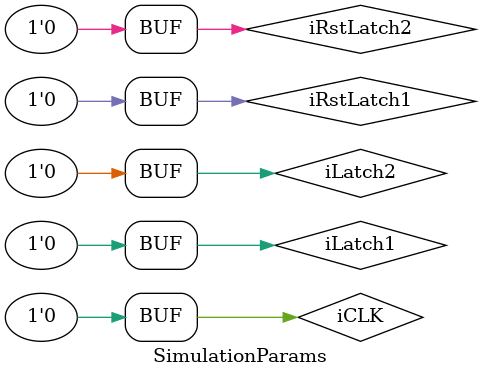
<source format=v>
`timescale 1ns / 1ps


module SimulationParams(

    );
 reg rReset;
 reg iLatch1;
 reg iLatch2;
 reg iRstLatch1;
 reg iRstLatch2;
 wire [31:0] o1COUNTER;
 wire [31:0] o1COUNTERHi;
 wire [31:0] o1COUNTERPhase;
 wire [31:0] o2COUNTER;
 wire [31:0] o2COUNTERHi;
 wire [31:0] o2COUNTERPhase;
 wire oRdyCOUNTER1;
 wire oRdyCOUNTER2;
 wire oLatchTest1;
 wire oLatchTest2;
 reg iCLK=0;
 wire [31:0] debug;
 
 always begin 
    #20
    iCLK=1;
    #20
    iCLK=0;
 end
 
 initial begin
    iLatch1 = 0;
    iLatch2 = 0;
    iRstLatch1 = 0;
    iRstLatch2 = 0;
    
    #100
    iLatch1 = 1;
    #100
    iLatch1 = 0;
    iLatch2 = 1;
    #25
    iRstLatch1 = 1;
    #75
    iLatch2 = 0; 

    #100
    iRstLatch1 = 0;
    iRstLatch2 = 1;
    iLatch1 = 1;
    #100
    iLatch1 = 0;
    iLatch2 = 1;
    iRstLatch1 = 1;
    iRstLatch2 = 0;
    #100
    iLatch2 = 0; 
    #100
    iRstLatch2 = 1;

    #100
    iRstLatch2 = 0;

    #100000
    iLatch1 = 1;
    #100
    iLatch1 = 0;
    iRstLatch1 = 1;
    #100
    iRstLatch1 = 0;

 end


 COUNTER u1( iCLK, rReset, iLatch1, iLatch2, iRstLatch1, iRstLatch2
            , o1COUNTER, o1COUNTERHi, o1COUNTERPhase
            , o2COUNTER, o2COUNTERHi, o2COUNTERPhase
            , oRdyCOUNTER1, oRdyCOUNTER2,oLatchTest1, oLatchTest2, debug );

endmodule

</source>
